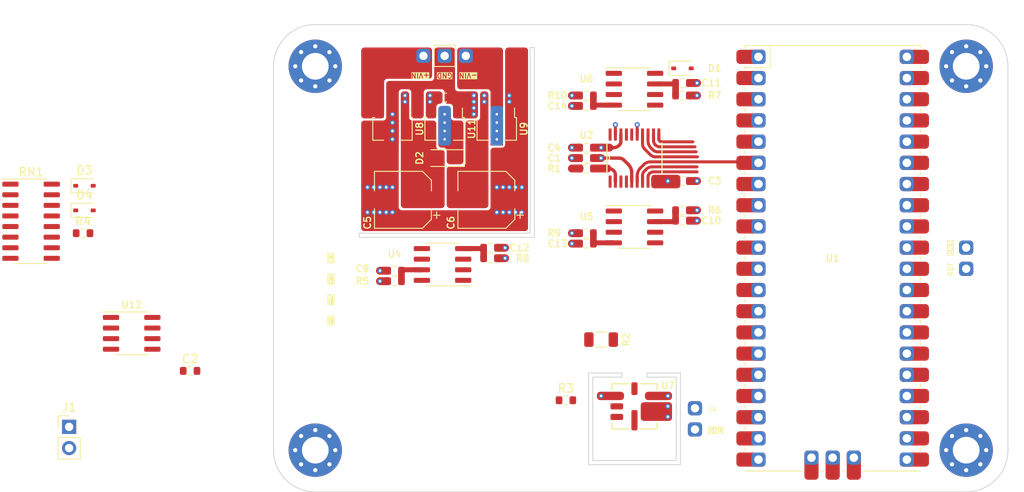
<source format=kicad_pcb>
(kicad_pcb (version 20221018) (generator pcbnew)
  (layers (0 "F.Cu" signal) (1 "In1.Cu" signal) (2 "In2.Cu" signal) (31 "B.Cu" signal) (34 "B.Paste" user) (35 "F.Paste" user) (36 "B.SilkS" user "B.Silkscreen") (37 "F.SilkS" user "F.Silkscreen") (38 "B.Mask" user) (39 "F.Mask" user) (44 "Edge.Cuts" user))
  (net 0 "")
  (net 1 "+15V")
  (net 5 "-15V")
  (net 9 "Net-(C2-Pad1)")
  (net 15 "Net-(U4A-V+)")
  (net 19 "Net-(U5A-V+)")
  (net 22 "Net-(U6A-V+)")
  (net 23 "Net-(U4A-V-)")
  (net 26 "Net-(U5A-V-)")
  (net 29 "Net-(U6A-V-)")
  (net 30 "Net-(J2-Pin_1)")
  (net 31 "Net-(J2-Pin_3)")
  (net 32 "Net-(U4B--)")
  (net 33 "/VREFPS")
  (net 35 "+3.3V")
  (net 36 "GND")
  (net 37 "/VREFPF")
  (net 38 "/~{SYNC}")
  (net 39 "/SDO")
  (net 40 "/SDIN")
  (net 41 "/SCLK")
  (net 42 "/VREFNF")
  (net 43 "/VREFNS")
  (net 55 "/~{RESET}")
  (net 56 "/~{CLR}")
  (net 57 "/~{LDAC}")
  (net 58 "/7VREF")
  (net 59 "/3V3IN")
  (net 60 "/DACOUT")
  (net 61 "/ALERT")
  (net 62 "/SCL")
  (net 63 "/SDA")
  (net 64 "/ADD0")
  (net 65 "Net-(SW1-B)")
  (net 66 "Net-(D1-A)")
  (net 75 "Net-(D3-A)")
  (net 76 "Net-(D4-K)")
  (net 77 "Net-(J1-Pin_1)")
  (net 78 "Net-(RN1A-R1.1)")
  (net 79 "Net-(RN1C-R3.1)")
  (net 80 "Net-(RN1D-R4.1)")
  (footprint "Package_SO:SOIC-8_3.9x4.9mm_P1.27mm" (layer "F.Cu") (at 139.25 79.75)
    (fp_text reference "U6")
    (fp_text value "OPA189")
  )
  (footprint "Resistor_SMD:R_0603_1608Metric" (layer "F.Cu") (at 133.5 89.25 180)
    (fp_text reference "R1")
    (fp_text value "R")
  )
  (footprint "Resistor_SMD:R_0603_1608Metric" (layer "F.Cu") (at 133.5 86.75 180)
    (fp_text reference "C4")
    (fp_text value "10uF")
  )
  (footprint "MountingHole:MountingHole_3.2mm_M3_Pad_Via" (layer "F.Cu") (at 101 123)
    (fp_text reference "H2" hide)
    (fp_text value "MountingHole_Pad")
  )
  (footprint "Package_SO:SOIC-8_3.9x4.9mm_P1.27mm" (layer "F.Cu") (at 79 109)
    (fp_text reference "U12")
    (fp_text value "ADuM1201AR")
  )
  (footprint "Resistor_SMD:R_0603_1608Metric" (layer "F.Cu") (at 145 95.5 180)
    (fp_text reference "C10")
    (fp_text value "10uF")
  )
  (footprint "Resistor_SMD:R_0603_1608Metric" (layer "F.Cu") (at 133.5 80.5)
    (fp_text reference "R10")
    (fp_text value "10R")
  )
  (footprint "Package_SO:SOIC-16_3.9x9.9mm_P1.27mm" (layer "F.Cu") (at 66.945 95.57)
    (fp_text reference "RN1")
    (fp_text value "10K")
  )
  (footprint "MountingHole:MountingHole_3.2mm_M3_Pad_Via" (layer "F.Cu") (at 179 77)
    (fp_text reference "H5" hide)
    (fp_text value "MountingHole_Pad")
  )
  (footprint "Resistor_SMD:R_0603_1608Metric" (layer "F.Cu") (at 122 100 180)
    (fp_text reference "R8")
    (fp_text value "10R")
  )
  (footprint "AD5791BRUZ:SOP65P640X120-20N" (layer "F.Cu") (at 139.25 88 90)
    (fp_text reference "U2")
    (fp_text value "AD5791BRUZ")
  )
  (footprint "Package_TO_SOT_SMD:SOT-89-3" (layer "F.Cu") (at 116.5 84.5 -90)
    (fp_text reference "U11")
    (fp_text value "7533")
  )
  (footprint "ADR1399KEZ:LCC8_E-8-2_ADI" (layer "F.Cu") (at 139.25 117.75 180)
    (fp_text reference "U7")
    (fp_text value "ADR1399KEZ")
  )
  (footprint "Connector_PinHeader_2.54mm:PinHeader_1x02_P2.54mm_Vertical" (layer "F.Cu") (at 71.5 120.21)
    (fp_text reference "J1")
    (fp_text value "OUTPUT")
  )
  (footprint "Package_TO_SOT_SMD:SOT-89-3" (layer "F.Cu") (at 122.75 84.5 -90)
    (fp_text reference "U9")
    (fp_text value "79L15")
  )
  (footprint "Resistor_SMD:R_0603_1608Metric" (layer "F.Cu") (at 122 98.75 180)
    (fp_text reference "C12")
    (fp_text value "10uF")
  )
  (footprint "Diode_SMD:D_SOD-323" (layer "F.Cu") (at 145 77.25)
    (fp_text reference "D1")
    (fp_text value "5819")
  )
  (footprint "Resistor_SMD:R_0603_1608Metric" (layer "F.Cu") (at 73.175 97)
    (fp_text reference "R4")
    (fp_text value "100K")
  )
  (footprint "LOGO" (layer "F.Cu") (at 163 100)
    (fp_text reference "REF**" hide)
    (fp_text value "LOGO" hide)
  )
  (footprint "Resistor_SMD:R_0603_1608Metric" (layer "F.Cu") (at 110.5 101.5)
    (fp_text reference "C9")
    (fp_text value "10uF")
  )
  (footprint "Resistor_SMD:R_0603_1608Metric" (layer "F.Cu") (at 86 113.5)
    (fp_text reference "C2")
    (fp_text value "1uF")
  )
  (footprint "MCU_RaspberryPi_and_Boards:RPi_Pico_SMD_TH" (layer "F.Cu") (at 163 100)
    (fp_text reference "U1")
    (fp_text value "Pico")
  )
  (footprint "Resistor_SMD:R_0603_1608Metric" (layer "F.Cu") (at 110.5 102.75)
    (fp_text reference "R5")
    (fp_text value "10R")
  )
  (footprint "Package_SO:SOIC-8_3.9x4.9mm_P1.27mm" (layer "F.Cu") (at 139.25 96.25)
    (fp_text reference "U5")
    (fp_text value "OPA189")
  )
  (footprint "Package_TO_SOT_SMD:SOT-89-3" (layer "F.Cu") (at 110.25 84.5 -90)
    (fp_text reference "U8")
    (fp_text value "78L15")
  )
  (footprint "Resistor_SMD:R_0603_1608Metric" (layer "F.Cu") (at 145 80.5 180)
    (fp_text reference "R7")
    (fp_text value "10R")
  )
  (footprint "Resistor_SMD:R_0603_1608Metric" (layer "F.Cu") (at 131.035 117.02)
    (fp_text reference "R3")
    (fp_text value "5R1")
  )
  (footprint "Connector_PinHeader_2.54mm:PinHeader_1x02_P2.54mm_Vertical" (layer "F.Cu") (at 146.5 117.98)
    (fp_text reference "J4")
    (fp_text value "REF")
  )
  (footprint "Resistor_SMD:R_0603_1608Metric" (layer "F.Cu") (at 133.5 88 180)
    (fp_text reference "C1")
    (fp_text value "10uF")
  )
  (footprint "Capacitor_SMD:CP_Elec_6.3x5.4" (layer "F.Cu") (at 111.5 93 180)
    (fp_text reference "C5")
    (fp_text value "100uF")
  )
  (footprint "Resistor_SMD:R_1206_3216Metric" (layer "F.Cu") (at 135.25 109.75 180)
    (fp_text reference "R2")
    (fp_text value "6K8")
  )
  (footprint "Resistor_SMD:R_0603_1608Metric" (layer "F.Cu") (at 145 79 180)
    (fp_text reference "C11")
    (fp_text value "10uF")
  )
  (footprint "Resistor_SMD:R_0603_1608Metric" (layer "F.Cu") (at 133.5 81.75)
    (fp_text reference "C14")
    (fp_text value "10uF")
  )
  (footprint "Capacitor_SMD:CP_Elec_6.3x5.4" (layer "F.Cu") (at 121.5 93 180)
    (fp_text reference "C6")
    (fp_text value "100uF")
  )
  (footprint "Diode_SMD:D_SOD-123" (layer "F.Cu") (at 116.5 88 180)
    (fp_text reference "D2")
    (fp_text value "5819")
  )
  (footprint "Connector_PinHeader_2.54mm:PinHeader_1x02_P2.54mm_Vertical" (layer "F.Cu") (at 179 98.73)
    (fp_text reference "SW1" hide)
    (fp_text value "RST")
  )
  (footprint "Resistor_SMD:R_0603_1608Metric" (layer "F.Cu") (at 116.5 80.75)
    (fp_text reference "C17" hide)
    (fp_text value "10uF")
  )
  (footprint "Diode_SMD:D_SOD-323" (layer "F.Cu") (at 73.34 91.32)
    (fp_text reference "D3")
    (fp_text value "5819")
  )
  (footprint "Resistor_SMD:R_0603_1608Metric" (layer "F.Cu") (at 133.5 98.25)
    (fp_text reference "C13")
    (fp_text value "10uF")
  )
  (footprint "MountingHole:MountingHole_3.2mm_M3_Pad_Via" (layer "F.Cu") (at 179 123)
    (fp_text reference "H3" hide)
    (fp_text value "MountingHole_Pad")
  )
  (footprint "Resistor_SMD:R_0603_1608Metric" (layer "F.Cu") (at 145 94.25 180)
    (fp_text reference "R6")
    (fp_text value "10R")
  )
  (footprint "Package_SO:SOIC-8_3.9x4.9mm_P1.27mm" (layer "F.Cu") (at 116.25 100.75 180)
    (fp_text reference "U4")
    (fp_text value "OPA189")
  )
  (footprint "Connector_PinHeader_2.54mm:PinHeader_1x03_P2.54mm_Vertical" (layer "F.Cu") (at 113.96 75.75 90)
    (fp_text reference "J2" hide)
    (fp_text value "PWR")
  )
  (footprint "Resistor_SMD:R_0603_1608Metric" (layer "F.Cu") (at 145 90.75)
    (fp_text reference "C3")
    (fp_text value "10uF")
  )
  (footprint "Diode_SMD:D_SOD-323" (layer "F.Cu") (at 73.34 94.27)
    (fp_text reference "D4")
    (fp_text value "5819")
  )
  (footprint "MountingHole:MountingHole_3.2mm_M3_Pad_Via" (layer "F.Cu") (at 101 77)
    (fp_text reference "H1" hide)
    (fp_text value "MountingHole_Pad")
  )
  (footprint "Resistor_SMD:R_0603_1608Metric" (layer "F.Cu") (at 133.5 97)
    (fp_text reference "R9")
    (fp_text value "10R")
  )
  (gr_line (start 126.75 97) (end 126.75 74.75) (stroke (width 0.1)) (layer "Edge.Cuts"))
  (gr_arc (start 101 128) (mid 97.464466 126.535534) (end 96 123) (stroke (width 0.1)) (layer "Edge.Cuts"))
  (gr_line (start 144.25 124.25) (end 134.25 124.25) (stroke (width 0.1)) (layer "Edge.Cuts"))
  (gr_line (start 133.75 113.75) (end 133.75 124.75) (stroke (width 0.1)) (layer "Edge.Cuts"))
  (gr_line (start 134.25 114.25) (end 137.75 114.25) (stroke (width 0.1)) (layer "Edge.Cuts"))
  (gr_line (start 126.75 74.75) (end 127.25 74.75) (stroke (width 0.1)) (layer "Edge.Cuts"))
  (gr_line (start 101 128) (end 179 128) (stroke (width 0.1)) (layer "Edge.Cuts"))
  (gr_line (start 144.75 124.75) (end 144.75 113.75) (stroke (width 0.1)) (layer "Edge.Cuts"))
  (gr_arc (start 179 72) (mid 182.535534 73.464466) (end 184 77) (stroke (width 0.1)) (layer "Edge.Cuts"))
  (gr_arc (start 184 123) (mid 182.535534 126.535534) (end 179 128) (stroke (width 0.1)) (layer "Edge.Cuts"))
  (gr_line (start 144.25 114.25) (end 144.25 124.25) (stroke (width 0.1)) (layer "Edge.Cuts"))
  (gr_line (start 106.25 97.5) (end 106.25 97) (stroke (width 0.1)) (layer "Edge.Cuts"))
  (gr_line (start 96 77) (end 96 123) (stroke (width 0.1)) (layer "Edge.Cuts"))
  (gr_line (start 179 72) (end 101 72) (stroke (width 0.1)) (layer "Edge.Cuts"))
  (gr_arc (start 96 77) (mid 97.464466 73.464466) (end 101 72) (stroke (width 0.1)) (layer "Edge.Cuts"))
  (gr_line (start 140.75 113.75) (end 140.75 114.25) (stroke (width 0.1)) (layer "Edge.Cuts"))
  (gr_line (start 184 77) (end 184 123) (stroke (width 0.1)) (layer "Edge.Cuts"))
  (gr_line (start 144.75 113.75) (end 140.75 113.75) (stroke (width 0.1)) (layer "Edge.Cuts"))
  (gr_line (start 106.25 97) (end 126.75 97) (stroke (width 0.1)) (layer "Edge.Cuts"))
  (gr_line (start 140.75 114.25) (end 144.25 114.25) (stroke (width 0.1)) (layer "Edge.Cuts"))
  (gr_line (start 133.75 124.75) (end 144.75 124.75) (stroke (width 0.1)) (layer "Edge.Cuts"))
  (gr_line (start 127.25 97.5) (end 106.25 97.5) (stroke (width 0.1)) (layer "Edge.Cuts"))
  (gr_line (start 137.75 114.25) (end 137.75 113.75) (stroke (width 0.1)) (layer "Edge.Cuts"))
  (gr_line (start 127.25 74.75) (end 127.25 97.5) (stroke (width 0.1)) (layer "Edge.Cuts"))
  (gr_line (start 137.75 113.75) (end 133.75 113.75) (stroke (width 0.1)) (layer "Edge.Cuts"))
  (gr_line (start 134.25 124.25) (end 134.25 114.25) (stroke (width 0.1)) (layer "Edge.Cuts"))
  (gr_text "+VIN" (at 114.75 77.75 180) (layer "F.SilkS" knockout) (effects (font (size 0.6096 0.6096) (thickness 0.1016) bold) (justify left bottom)))
  (gr_text "-VIN" (at 120.5 77.75 180) (layer "F.SilkS" knockout) (effects (font (size 0.6096 0.6096) (thickness 0.1016) bold) (justify left bottom)))
  (gr_text "S+" (at 102.5 101.75 270) (layer "F.SilkS" knockout) (effects (font (size 0.6096 0.6096) (thickness 0.1016) bold) (justify left bottom)))
  (gr_text "GND" (at 177.5 99.75 90) (layer "F.SilkS" knockout) (effects (font (size 0.6096 0.6096) (thickness 0.1016) bold) (justify left bottom)))
  (gr_text "GND" (at 117.5 77.75 180) (layer "F.SilkS" knockout) (effects (font (size 0.6096 0.6096) (thickness 0.1016) bold) (justify left bottom)))
  (gr_text "F-" (at 102.5 106.75 270) (layer "F.SilkS" knockout) (effects (font (size 0.6096 0.6096) (thickness 0.1016) bold) (justify left bottom)))
  (gr_text "GND" (at 148 121) (layer "F.SilkS" knockout) (effects (font (size 0.6096 0.6096) (thickness 0.1016) bold) (justify left bottom)))
  (gr_text "S-" (at 102.5 104.25 270) (layer "F.SilkS" knockout) (effects (font (size 0.6096 0.6096) (thickness 0.1016) bold) (justify left bottom)))
  (gr_text "F+" (at 102.5 99.25 270) (layer "F.SilkS" knockout) (effects (font (size 0.6096 0.6096) (thickness 0.1016) bold) (justify left bottom)))
  (segment (start 134.5 88) (end 135.25 88) (width 0.95) (layer "F.Cu") (net 1))
  (segment (start 146 80.5) (end 146.75 80.5) (width 0.95) (layer "F.Cu") (net 1))
  (segment (start 138.9198 90.8194) (end 138.9198 89.763486) (width 0.4) (layer "F.Cu") (net 1))
  (segment (start 138.5 88.75) (end 138 88.25) (width 0.4) (layer "F.Cu") (net 1))
  (segment (start 109.5 102.75) (end 108.75 102.75) (width 0.95) (layer "F.Cu") (net 1))
  (segment (start 146 94.25) (end 146.75 94.25) (width 0.95) (layer "F.Cu") (net 1))
  (segment (start 137.396447 88) (end 135.25 88) (width 0.4) (layer "F.Cu") (net 1))
  (via (at 143.25 116.5) (size 0.6096) (drill 0.3048) (layers "F.Cu" "B.Cu") (net 1))
  (via (at 111.75 81.25) (size 0.6096) (drill 0.3048) (layers "F.Cu" "B.Cu") (net 1))
  (via (at 146.75 80.5) (size 0.6096) (drill 0.3048) (layers "F.Cu" "B.Cu") (net 1))
  (via (at 111.75 80.5) (size 0.6096) (drill 0.3048) (layers "F.Cu" "B.Cu") (net 1))
  (via (at 146.75 94.25) (size 0.6096) (drill 0.3048) (layers "F.Cu" "B.Cu") (net 1))
  (via (at 108.75 102.75) (size 0.6096) (drill 0.3048) (layers "F.Cu" "B.Cu") (net 1))
  (via (at 135.25 88) (size 0.6096) (drill 0.3048) (layers "F.Cu" "B.Cu") (net 1))
  (arc (start 138.9198 89.763486) (mid 138.810698 89.214992) (end 138.5 88.75) (width 0.4) (layer "F.Cu") (net 1))
  (arc (start 138 88.25) (mid 137.723088 88.064973) (end 137.396447 88) (width 0.4) (layer "F.Cu") (net 1))
  (segment (start 137.6244 86) (end 137.6244 85.1806) (width 0.4) (layer "F.Cu") (net 5))
  (segment (start 136.25 86.75) (end 136.75 86.75) (width 0.4) (layer "F.Cu") (net 5))
  (segment (start 137.446775 86.428825) (end 137.391189 86.484411) (width 0.4) (layer "F.Cu") (net 5))
  (segment (start 123 100) (end 123.75 100) (width 0.95) (layer "F.Cu") (net 5))
  (segment (start 134.5 86.75) (end 135.25 86.75) (width 0.95) (layer "F.Cu") (net 5))
  (segment (start 132.5 97) (end 131.75 97) (width 0.95) (layer "F.Cu") (net 5))
  (segment (start 135.25 86.75) (end 136.25 86.75) (width 0.95) (layer "F.Cu") (net 5))
  (segment (start 132.5 80.5) (end 131.75 80.5) (width 0.95) (layer "F.Cu") (net 5))
  (via (at 131.75 80.5) (size 0.6096) (drill 0.3048) (layers "F.Cu" "B.Cu") (net 5))
  (via (at 131.75 97) (size 0.6096) (drill 0.3048) (layers "F.Cu" "B.Cu") (net 5))
  (via (at 135.25 86.75) (size 0.6096) (drill 0.3048) (layers "F.Cu" "B.Cu") (net 5))
  (via (at 135.25 116.5) (size 0.6096) (drill 0.3048) (layers "F.Cu" "B.Cu") (net 5))
  (via (at 121.25 81.25) (size 0.6096) (drill 0.3048) (layers "F.Cu" "B.Cu") (net 5))
  (via (at 123.75 100) (size 0.6096) (drill 0.3048) (layers "F.Cu" "B.Cu") (net 5))
  (via (at 121.25 80.5) (size 0.6096) (drill 0.3048) (layers "F.Cu" "B.Cu") (net 5))
  (arc (start 137.446775 86.428825) (mid 137.578237 86.232079) (end 137.6244 86) (width 0.4) (layer "F.Cu") (net 5))
  (arc (start 137.391189 86.484411) (mid 137.097009 86.680975) (end 136.75 86.75) (width 0.4) (layer "F.Cu") (net 5))
  (segment (start 113.775 101.385) (end 111.44 101.385) (width 0.6) (layer "F.Cu") (net 15))
  (segment (start 111.325 101.5) (end 111.325 102.75) (width 0.8) (layer "F.Cu") (net 15))
  (segment (start 111.44 101.385) (end 111.325 101.5) (width 0.6) (layer "F.Cu") (net 15))
  (segment (start 144.175 94.25) (end 144.175 95.5) (width 0.8) (layer "F.Cu") (net 19))
  (segment (start 141.725 95.615) (end 144.06 95.615) (width 0.6) (layer "F.Cu") (net 19))
  (segment (start 144.06 95.615) (end 144.175 95.5) (width 0.6) (layer "F.Cu") (net 19))
  (segment (start 141.725 79.115) (end 144.06 79.115) (width 0.6) (layer "F.Cu") (net 22))
  (segment (start 144.175 80.5) (end 144.175 79) (width 0.8) (layer "F.Cu") (net 22))
  (segment (start 144.06 79.115) (end 144.175 79) (width 0.6) (layer "F.Cu") (net 22))
  (segment (start 118.725 98.845) (end 121.08 98.845) (width 0.6) (layer "F.Cu") (net 23))
  (segment (start 121.08 98.845) (end 121.175 98.75) (width 0.6) (layer "F.Cu") (net 23))
  (segment (start 121.175 98.75) (end 121.175 100) (width 0.8) (layer "F.Cu") (net 23))
  (segment (start 134.325 97) (end 134.325 98.25) (width 0.8) (layer "F.Cu") (net 26))
  (segment (start 134.42 98.155) (end 134.325 98.25) (width 0.6) (layer "F.Cu") (net 26))
  (segment (start 136.775 98.155) (end 134.42 98.155) (width 0.6) (layer "F.Cu") (net 26))
  (segment (start 136.775 81.655) (end 134.42 81.655) (width 0.6) (layer "F.Cu") (net 29))
  (segment (start 134.325 81.75) (end 134.325 80.5) (width 0.8) (layer "F.Cu") (net 29))
  (segment (start 134.42 81.655) (end 134.325 81.75) (width 0.6) (layer "F.Cu") (net 29))
  (via (at 122.75 84.75) (size 0.6096) (drill 0.3048) (layers "F.Cu" "B.Cu") (net 31))
  (via (at 122.75 85.75) (size 0.6096) (drill 0.3048) (layers "F.Cu" "B.Cu") (net 31))
  (via (at 122.75 83.75) (size 0.6096) (drill 0.3048) (layers "F.Cu" "B.Cu") (net 31))
  (via (at 122.75 82.75) (size 0.6096) (drill 0.3048) (layers "F.Cu" "B.Cu") (net 31))
  (segment (start 132.675 89.25) (end 131.75 89.25) (width 0.95) (layer "F.Cu") (net 32))
  (via (at 114.75 80.5) (size 0.6096) (drill 0.3048) (layers "F.Cu" "B.Cu") (net 35))
  (via (at 143.25 90.75) (size 0.6096) (drill 0.3048) (layers "F.Cu" "B.Cu") (net 35))
  (via (at 114.75 81.25) (size 0.6096) (drill 0.3048) (layers "F.Cu" "B.Cu") (net 35))
  (segment (start 146 95.5) (end 146.75 95.5) (width 0.95) (layer "F.Cu") (net 36))
  (segment (start 146 90.75) (end 146.75 90.75) (width 0.95) (layer "F.Cu") (net 36))
  (segment (start 136.964 85.1806) (end 136.964 84) (width 0.3556) (layer "F.Cu") (net 36))
  (segment (start 132.5 86.75) (end 131.75 86.75) (width 0.95) (layer "F.Cu") (net 36))
  (segment (start 109.5 101.5) (end 108.75 101.5) (width 0.95) (layer "F.Cu") (net 36))
  (segment (start 132.5 98.25) (end 131.75 98.25) (width 0.95) (layer "F.Cu") (net 36))
  (segment (start 123 98.75) (end 123.75 98.75) (width 0.95) (layer "F.Cu") (net 36))
  (segment (start 139.5802 85.1806) (end 139.5802 84) (width 0.3556) (layer "F.Cu") (net 36))
  (segment (start 132.5 81.75) (end 131.75 81.75) (width 0.95) (layer "F.Cu") (net 36))
  (segment (start 132.5 88) (end 131.75 88) (width 0.95) (layer "F.Cu") (net 36))
  (segment (start 146 79) (end 146.75 79) (width 0.95) (layer "F.Cu") (net 36))
  (via (at 110.25 91.5) (size 0.6096) (drill 0.3048) (layers "F.Cu" "B.Cu") (net 36))
  (via (at 107.25 91.5) (size 0.6096) (drill 0.3048) (layers "F.Cu" "B.Cu") (net 36))
  (via (at 139.5802 84) (size 0.6096) (drill 0.3048) (layers "F.Cu" "B.Cu") (net 36))
  (via (at 146.75 95.5) (size 0.6096) (drill 0.3048) (layers "F.Cu" "B.Cu") (net 36))
  (via (at 110.25 82.75) (size 0.6096) (drill 0.3048) (layers "F.Cu" "B.Cu") (net 36))
  (via (at 107.25 94.5) (size 0.6096) (drill 0.3048) (layers "F.Cu" "B.Cu") (net 36))
  (via (at 136.964 84) (size 0.6096) (drill 0.3048) (layers "F.Cu" "B.Cu") (net 36))
  (via (at 108 91.5) (size 0.6096) (drill 0.3048) (layers "F.Cu" "B.Cu") (net 36))
  (via (at 146.75 79) (size 0.6096) (drill 0.3048) (layers "F.Cu" "B.Cu") (net 36))
  (via (at 123.5 91.5) (size 0.6096) (drill 0.3048) (layers "F.Cu" "B.Cu") (net 36))
  (via (at 123.75 98.75) (size 0.6096) (drill 0.3048) (layers "F.Cu" "B.Cu") (net 36))
  (via (at 108.75 94.5) (size 0.6096) (drill 0.3048) (layers "F.Cu" "B.Cu") (net 36))
  (via (at 143.25 119) (size 0.6096) (drill 0.3048) (layers "F.Cu" "B.Cu") (net 36))
  (via (at 120 80.5) (size 0.6096) (drill 0.3048) (layers "F.Cu" "B.Cu") (net 36))
  (via (at 131.75 98.25) (size 0.6096) (drill 0.3048) (layers "F.Cu" "B.Cu") (net 36))
  (via (at 124.25 94.5) (size 0.6096) (drill 0.3048) (layers "F.Cu" "B.Cu") (net 36))
  (via (at 110.25 83.75) (size 0.6096) (drill 0.3048) (layers "F.Cu" "B.Cu") (net 36))
  (via (at 122.75 91.5) (size 0.6096) (drill 0.3048) (layers "F.Cu" "B.Cu") (net 36))
  (via (at 120 82.75) (size 0.6096) (drill 0.3048) (layers "F.Cu" "B.Cu") (net 36))
  (via (at 109.5 94.5) (size 0.6096) (drill 0.3048) (layers "F.Cu" "B.Cu") (net 36))
  (via (at 110.25 94.5) (size 0.6096) (drill 0.3048) (layers "F.Cu" "B.Cu") (net 36))
  (via (at 109.5 91.5) (size 0.6096) (drill 0.3048) (layers "F.Cu" "B.Cu") (net 36))
  (via (at 120 81.25) (size 0.6096) (drill 0.3048) (layers "F.Cu" "B.Cu") (net 36))
  (via (at 125.75 94.5) (size 0.6096) (drill 0.3048) (layers "F.Cu" "B.Cu") (net 36))
  (via (at 143.25 117.75) (size 0.6096) (drill 0.3048) (layers "F.Cu" "B.Cu") (net 36))
  (via (at 123.5 94.5) (size 0.6096) (drill 0.3048) (layers "F.Cu" "B.Cu") (net 36))
  (via (at 131.75 81.75) (size 0.6096) (drill 0.3048) (layers "F.Cu" "B.Cu") (net 36))
  (via (at 110.25 85.75) (size 0.6096) (drill 0.3048) (layers "F.Cu" "B.Cu") (net 36))
  (via (at 146.75 90.75) (size 0.6096) (drill 0.3048) (layers "F.Cu" "B.Cu") (net 36))
  (via (at 124.25 81.25) (size 0.6096) (drill 0.3048) (layers "F.Cu" "B.Cu") (net 36))
  (via (at 108.75 91.5) (size 0.6096) (drill 0.3048) (layers "F.Cu" "B.Cu") (net 36))
  (via (at 124.25 80.5) (size 0.6096) (drill 0.3048) (layers "F.Cu" "B.Cu") (net 36))
  (via (at 131.75 88) (size 0.6096) (drill 0.3048) (layers "F.Cu" "B.Cu") (net 36))
  (via (at 120 82) (size 0.6096) (drill 0.3048) (layers "F.Cu" "B.Cu") (net 36))
  (via (at 125.75 91.5) (size 0.6096) (drill 0.3048) (layers "F.Cu" "B.Cu") (net 36))
  (via (at 131.75 86.75) (size 0.6096) (drill 0.3048) (layers "F.Cu" "B.Cu") (net 36))
  (via (at 108 94.5) (size 0.6096) (drill 0.3048) (layers "F.Cu" "B.Cu") (net 36))
  (via (at 125 91.5) (size 0.6096) (drill 0.3048) (layers "F.Cu" "B.Cu") (net 36))
  (via (at 108.75 101.5) (size 0.6096) (drill 0.3048) (layers "F.Cu" "B.Cu") (net 36))
  (via (at 110.25 84.75) (size 0.6096) (drill 0.3048) (layers "F.Cu" "B.Cu") (net 36))
  (via (at 122.75 94.5) (size 0.6096) (drill 0.3048) (layers "F.Cu" "B.Cu") (net 36))
  (via (at 125 94.5) (size 0.6096) (drill 0.3048) (layers "F.Cu" "B.Cu") (net 36))
  (via (at 124.25 91.5) (size 0.6096) (drill 0.3048) (layers "F.Cu" "B.Cu") (net 36))
  (segment (start 146.8 87.85) (end 141.753553 87.85) (width 0.3556) (layer "F.Cu") (net 38))
  (segment (start 141.15 87.6) (end 140.475 86.925) (width 0.3556) (layer "F.Cu") (net 38))
  (segment (start 140.2152 86.297788) (end 140.2152 85.1806) (width 0.3556) (layer "F.Cu") (net 38))
  (arc (start 140.475 86.925) (mid 140.28272 86.637233) (end 140.2152 86.297788) (width 0.3556) (layer "F.Cu") (net 38))
  (arc (start 141.753553 87.85) (mid 141.426912 87.785027) (end 141.15 87.6) (width 0.3556) (layer "F.Cu") (net 38))
  (segment (start 142.5 86.05) (end 146.25 86.05) (width 0.3556) (layer "F.Cu") (net 39))
  (segment (start 142.171 85.1806) (end 142.171 85.721) (width 0.3556) (layer "F.Cu") (net 39))
  (arc (start 142.171 85.721) (mid 142.267362 85.953638) (end 142.5 86.05) (width 0.3556) (layer "F.Cu") (net 39))
  (segment (start 142.3 86.65) (end 146.505026 86.65) (width 0.3556) (layer "F.Cu") (net 40))
  (segment (start 141.536 85.1806) (end 141.536 85.904698) (width 0.3556) (layer "F.Cu") (net 40))
  (segment (start 141.74375 86.40625) (end 141.766529 86.429029) (width 0.3556) (layer "F.Cu") (net 40))
  (arc (start 141.766529 86.429029) (mid 142.011287 86.592572) (end 142.3 86.65) (width 0.3556) (layer "F.Cu") (net 40))
  (arc (start 141.536 85.904698) (mid 141.589993 86.176136) (end 141.74375 86.40625) (width 0.3556) (layer "F.Cu") (net 40))
  (segment (start 141.220739 86.783239) (end 141.44375 87.00625) (width 0.3556) (layer "F.Cu") (net 41))
  (segment (start 142.032214 87.25) (end 146.65 87.25) (width 0.3556) (layer "F.Cu") (net 41))
  (segment (start 140.8756 85.1806) (end 140.8756 85.95) (width 0.3556) (layer "F.Cu") (net 41))
  (arc (start 141.44375 87.00625) (mid 141.713739 87.186651) (end 142.032214 87.25) (width 0.3556) (layer "F.Cu") (net 41))
  (arc (start 140.8756 85.95) (mid 140.965299 86.400946) (end 141.220739 86.783239) (width 0.3556) (layer "F.Cu") (net 41))
  (segment (start 139.975 89.175) (end 140.375 88.775) (width 0.3556) (layer "F.Cu") (net 55))
  (segment (start 141.159619 88.45) (end 153.99 88.45) (width 0.3556) (layer "F.Cu") (net 55))
  (segment (start 139.5802 90.128131) (end 139.5802 90.8194) (width 0.3556) (layer "F.Cu") (net 55))
  (arc (start 139.975 89.175) (mid 139.682805 89.612299) (end 139.5802 90.128131) (width 0.3556) (layer "F.Cu") (net 55))
  (arc (start 140.375 88.775) (mid 140.734986 88.534465) (end 141.159619 88.45) (width 0.3556) (layer "F.Cu") (net 55))
  (segment (start 140.65 89.35) (end 140.425 89.575) (width 0.3556) (layer "F.Cu") (net 56))
  (segment (start 146.75 89.05) (end 141.374264 89.05) (width 0.3556) (layer "F.Cu") (net 56))
  (segment (start 140.2152 90.081502) (end 140.2152 90.8194) (width 0.3556) (layer "F.Cu") (net 56))
  (arc (start 140.425 89.575) (mid 140.269725 89.807384) (end 140.2152 90.081502) (width 0.3556) (layer "F.Cu") (net 56))
  (arc (start 141.374264 89.05) (mid 140.982295 89.127968) (end 140.65 89.35) (width 0.3556) (layer "F.Cu") (net 56))
  (segment (start 146.755026 89.65) (end 141.532842 89.65) (width 0.3556) (layer "F.Cu") (net 57))
  (segment (start 140.8756 90.271038) (end 140.8756 90.8194) (width 0.3556) (layer "F.Cu") (net 57))
  (arc (start 141.532842 89.65) (mid 141.271529 89.701978) (end 141.05 89.85) (width 0.3556) (layer "F.Cu") (net 57))
  (arc (start 141.05 89.85) (mid 140.920925 90.043173) (end 140.8756 90.271038) (width 0.3556) (layer "F.Cu") (net 57))
  (via (at 116.5 84.75) (size 0.6096) (drill 0.3048) (layers "F.Cu" "B.Cu") (net 59))
  (via (at 116.5 83.75) (size 0.6096) (drill 0.3048) (layers "F.Cu" "B.Cu") (net 59))
  (via (at 116.5 82.75) (size 0.6096) (drill 0.3048) (layers "F.Cu" "B.Cu") (net 59))
  (via (at 116.5 85.75) (size 0.6096) (drill 0.3048) (layers "F.Cu" "B.Cu") (net 59))
  (segment (start 136 89.25) (end 136.129806 89.25) (width 0.4) (layer "F.Cu") (net 60))
  (segment (start 136.964 90) (end 136.964 90.8194) (width 0.4) (layer "F.Cu") (net 60))
  (segment (start 134.5 89.25) (end 136 89.25) (width 0.95) (layer "F.Cu") (net 60))
  (arc (start 136.761767 89.511767) (mid 136.911441 89.73577) (end 136.964 90) (width 0.4) (layer "F.Cu") (net 60))
  (arc (start 136.129806 89.25) (mid 136.471821 89.318031) (end 136.761767 89.511767) (width 0.4) (layer "F.Cu") (net 60))
  (zone (net 35) (net_name "+3.3V") (layer "F.Cu") (priority 5) (connect_pads yes (clearance 0.127)) (min_thickness 0.127) (fill yes (thermal_gap 0.127) (thermal_bridge_width 0.508) (smoothing fillet) (radius 0.381) (island_removal_mode 1) (island_area_min 9.999998))
    (polygon (pts (xy 115.5 83.25) (xy 115.5 81.5) (xy 116.25 81.5) (xy 116.25 80) (xy 114.25 80) (xy 114.25 83.25)))
  )
  (zone (net 5) (net_name "-15V") (layer "F.Cu") (priority 10) (connect_pads yes (clearance 0.127)) (min_thickness 0.127) (fill yes (thermal_gap 0.127) (thermal_bridge_width 0.508) (smoothing fillet) (radius 0.381) (island_removal_mode 1) (island_area_min 9.999998))
    (polygon (pts (xy 138 117) (xy 134.75 117) (xy 134.75 116) (xy 138 116)))
  )
  (zone (net 35) (net_name "+3.3V") (layer "F.Cu") (priority 6) (connect_pads yes (clearance 0.127)) (min_thickness 0.127) (fill yes (thermal_gap 0.127) (thermal_bridge_width 0.508) (smoothing fillet) (radius 0.381) (island_removal_mode 1) (island_area_min 9.999998))
    (polygon (pts (xy 141.25 90) (xy 144.75 90) (xy 144.75 91.625) (xy 141.25 91.625)))
  )
  (zone (net 36) (net_name "GND") (layer "F.Cu") (priority 7) (connect_pads yes (clearance 0.127)) (min_thickness 0.127) (fill yes (thermal_gap 0.127) (thermal_bridge_width 0.508) (smoothing fillet) (radius 0.381) (island_removal_mode 1) (island_area_min 9.999998))
    (polygon (pts (xy 117.75 74.75) (xy 117.75 80) (xy 120.5 80) (xy 120.5 83.25) (xy 117.5 83.25) (xy 117.5 81.5) (xy 116.5 81.5) (xy 116.5 79.75) (xy 114 79.75) (xy 114 83.25) (xy 112.5 83.25) (xy 112.5 79.75) (xy 111 79.75) (xy 111 94.25) (xy 122 94.25) (xy 122 86.75) (xy 123.75 86.75) (xy 123.75 74.75) (xy 126.5 74.75) (xy 126.5 96.75) (xy 106.5 96.75) (xy 106.5 83.5) (xy 109.5 83.5) (xy 109.5 78.75) (xy 115.25 78.75) (xy 115.25 74.75)))
  )
  (zone (net 5) (net_name "-15V") (layer "F.Cu") (priority 4) (connect_pads yes (clearance 0.127)) (min_thickness 0.127) (fill yes (thermal_gap 0.127) (thermal_bridge_width 0.508) (smoothing fillet) (radius 0.381) (island_removal_mode 1) (island_area_min 9.999998))
    (polygon (pts (xy 116.75 94) (xy 116.75 89) (xy 119 89) (xy 119 83.5) (xy 120.75 83.5) (xy 120.75 80) (xy 121.75 80) (xy 121.75 94)))
  )
  (zone (net 59) (net_name "/3V3IN") (layer "F.Cu") (connect_pads yes (clearance 0.127)) (min_thickness 0.127) (fill yes (thermal_gap 0.127) (thermal_bridge_width 0.508) (smoothing fillet) (radius 0.381) (island_removal_mode 1) (island_area_min 9.999998))
    (polygon (pts (xy 115.75 81.75) (xy 115.75 86.75) (xy 116.75 86.75) (xy 116.75 88.75) (xy 118.75 88.75) (xy 118.75 83.5) (xy 117.25 83.5) (xy 117.25 81.75)))
  )
  (zone (net 30) (net_name "Net-(J2-Pin_1)") (layer "F.Cu") (priority 2) (connect_pads yes (clearance 0.127)) (min_thickness 0.127) (fill yes (thermal_gap 0.127) (thermal_bridge_width 0.508) (smoothing fillet) (radius 0.381) (island_removal_mode 1) (island_area_min 9.999998))
    (polygon (pts (xy 115 78.5) (xy 109.25 78.5) (xy 109.25 83.25) (xy 106.5 83.25) (xy 106.5 74.75) (xy 115 74.75)))
  )
  (zone (net 31) (net_name "Net-(J2-Pin_3)") (layer "F.Cu") (priority 1) (connect_pads yes (clearance 0.127)) (min_thickness 0.127) (fill yes (thermal_gap 0.127) (thermal_bridge_width 0.508) (smoothing fillet) (radius 0.381) (island_removal_mode 1) (island_area_min 9.999998))
    (polygon (pts (xy 118 74.75) (xy 123.5 74.75) (xy 123.5 86.5) (xy 122 86.5) (xy 122 79.75) (xy 118 79.75)))
  )
  (zone (net 36) (net_name "GND") (layer "F.Cu") (priority 8) (connect_pads yes (clearance 0.127)) (min_thickness 0.127) (fill yes (thermal_gap 0.127) (thermal_bridge_width 0.508) (smoothing fillet) (radius 0.381) (island_removal_mode 1) (island_area_min 9.999998))
    (polygon (pts (xy 140 117.25) (xy 140 119.5) (xy 143.75 119.5) (xy 143.75 117.25)))
  )
  (zone (net 1) (net_name "+15V") (layer "F.Cu") (priority 3) (connect_pads yes (clearance 0.127)) (min_thickness 0.127) (fill yes (thermal_gap 0.127) (thermal_bridge_width 0.508) (smoothing fillet) (radius 0.381) (island_removal_mode 1) (island_area_min 9.999998))
    (polygon (pts (xy 111.25 94) (xy 116.5 94) (xy 116.5 87) (xy 115.5 87) (xy 115.5 83.5) (xy 112.25 83.5) (xy 112.25 80) (xy 111.25 80)))
  )
  (zone (net 1) (net_name "+15V") (layer "F.Cu") (priority 9) (connect_pads yes (clearance 0.127)) (min_thickness 0.127) (fill yes (thermal_gap 0.127) (thermal_bridge_width 0.508) (smoothing fillet) (radius 0.381) (island_removal_mode 1) (island_area_min 9.999998))
    (polygon (pts (xy 140.5 117) (xy 143.75 117) (xy 143.75 116) (xy 140.5 116)))
  )
  (zone (net 31) (net_name "Net-(J2-Pin_3)") (layers "In1.Cu" "In2.Cu" "B.Cu") (priority 16) (connect_pads yes (clearance 0.127)) (min_thickness 0.127) (fill yes (thermal_gap 0.127) (thermal_bridge_width 0.508) (smoothing fillet) (radius 0.381) (island_removal_mode 1) (island_area_min 9.999998))
    (polygon (pts (xy 122 81.75) (xy 122 86.5) (xy 123.5 86.5) (xy 123.5 81.75)))
  )
  (zone (net 59) (net_name "/3V3IN") (layers "In1.Cu" "In2.Cu" "B.Cu") (priority 15) (connect_pads yes (clearance 0.127)) (min_thickness 0.127) (fill yes (thermal_gap 0.127) (thermal_bridge_width 0.508) (smoothing fillet) (radius 0.381) (island_removal_mode 1) (island_area_min 9.999998))
    (polygon (pts (xy 115.75 81.75) (xy 115.75 86.5) (xy 117.25 86.5) (xy 117.25 81.75)))
  )
)
</source>
